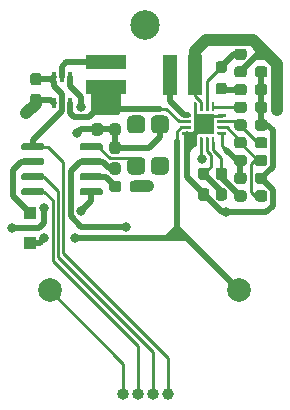
<source format=gbr>
G04 #@! TF.GenerationSoftware,KiCad,Pcbnew,(5.1.9)-1*
G04 #@! TF.CreationDate,2021-05-26T02:25:09+02:00*
G04 #@! TF.ProjectId,Omamori,4f6d616d-6f72-4692-9e6b-696361645f70,rev?*
G04 #@! TF.SameCoordinates,Original*
G04 #@! TF.FileFunction,Copper,L2,Bot*
G04 #@! TF.FilePolarity,Positive*
%FSLAX46Y46*%
G04 Gerber Fmt 4.6, Leading zero omitted, Abs format (unit mm)*
G04 Created by KiCad (PCBNEW (5.1.9)-1) date 2021-05-26 02:25:09*
%MOMM*%
%LPD*%
G01*
G04 APERTURE LIST*
G04 #@! TA.AperFunction,SMDPad,CuDef*
%ADD10R,1.000000X1.000000*%
G04 #@! TD*
G04 #@! TA.AperFunction,ComponentPad*
%ADD11C,1.000000*%
G04 #@! TD*
G04 #@! TA.AperFunction,ComponentPad*
%ADD12O,1.000000X1.000000*%
G04 #@! TD*
G04 #@! TA.AperFunction,SMDPad,CuDef*
%ADD13R,3.400000X1.300000*%
G04 #@! TD*
G04 #@! TA.AperFunction,SMDPad,CuDef*
%ADD14R,1.300000X3.400000*%
G04 #@! TD*
G04 #@! TA.AperFunction,ComponentPad*
%ADD15C,2.000000*%
G04 #@! TD*
G04 #@! TA.AperFunction,SMDPad,CuDef*
%ADD16R,0.400000X0.900000*%
G04 #@! TD*
G04 #@! TA.AperFunction,SMDPad,CuDef*
%ADD17R,1.800000X1.800000*%
G04 #@! TD*
G04 #@! TA.AperFunction,ViaPad*
%ADD18C,2.500000*%
G04 #@! TD*
G04 #@! TA.AperFunction,ViaPad*
%ADD19C,0.800000*%
G04 #@! TD*
G04 #@! TA.AperFunction,Conductor*
%ADD20C,0.250000*%
G04 #@! TD*
G04 #@! TA.AperFunction,Conductor*
%ADD21C,0.500000*%
G04 #@! TD*
G04 #@! TA.AperFunction,Conductor*
%ADD22C,1.000000*%
G04 #@! TD*
G04 APERTURE END LIST*
G04 #@! TA.AperFunction,SMDPad,CuDef*
G36*
G01*
X33650000Y-16762500D02*
X33650000Y-17237500D01*
G75*
G02*
X33412500Y-17475000I-237500J0D01*
G01*
X32837500Y-17475000D01*
G75*
G02*
X32600000Y-17237500I0J237500D01*
G01*
X32600000Y-16762500D01*
G75*
G02*
X32837500Y-16525000I237500J0D01*
G01*
X33412500Y-16525000D01*
G75*
G02*
X33650000Y-16762500I0J-237500D01*
G01*
G37*
G04 #@! TD.AperFunction*
G04 #@! TA.AperFunction,SMDPad,CuDef*
G36*
G01*
X35400000Y-16762500D02*
X35400000Y-17237500D01*
G75*
G02*
X35162500Y-17475000I-237500J0D01*
G01*
X34587500Y-17475000D01*
G75*
G02*
X34350000Y-17237500I0J237500D01*
G01*
X34350000Y-16762500D01*
G75*
G02*
X34587500Y-16525000I237500J0D01*
G01*
X35162500Y-16525000D01*
G75*
G02*
X35400000Y-16762500I0J-237500D01*
G01*
G37*
G04 #@! TD.AperFunction*
G04 #@! TA.AperFunction,SMDPad,CuDef*
G36*
G01*
X31737500Y-18575000D02*
X31262500Y-18575000D01*
G75*
G02*
X31025000Y-18337500I0J237500D01*
G01*
X31025000Y-17837500D01*
G75*
G02*
X31262500Y-17600000I237500J0D01*
G01*
X31737500Y-17600000D01*
G75*
G02*
X31975000Y-17837500I0J-237500D01*
G01*
X31975000Y-18337500D01*
G75*
G02*
X31737500Y-18575000I-237500J0D01*
G01*
G37*
G04 #@! TD.AperFunction*
G04 #@! TA.AperFunction,SMDPad,CuDef*
G36*
G01*
X31737500Y-20400000D02*
X31262500Y-20400000D01*
G75*
G02*
X31025000Y-20162500I0J237500D01*
G01*
X31025000Y-19662500D01*
G75*
G02*
X31262500Y-19425000I237500J0D01*
G01*
X31737500Y-19425000D01*
G75*
G02*
X31975000Y-19662500I0J-237500D01*
G01*
X31975000Y-20162500D01*
G75*
G02*
X31737500Y-20400000I-237500J0D01*
G01*
G37*
G04 #@! TD.AperFunction*
G04 #@! TA.AperFunction,SMDPad,CuDef*
G36*
G01*
X25919000Y-22188000D02*
X26681000Y-22188000D01*
G75*
G02*
X27062000Y-22569000I0J-381000D01*
G01*
X27062000Y-23331000D01*
G75*
G02*
X26681000Y-23712000I-381000J0D01*
G01*
X25919000Y-23712000D01*
G75*
G02*
X25538000Y-23331000I0J381000D01*
G01*
X25538000Y-22569000D01*
G75*
G02*
X25919000Y-22188000I381000J0D01*
G01*
G37*
G04 #@! TD.AperFunction*
G04 #@! TA.AperFunction,SMDPad,CuDef*
G36*
G01*
X23919000Y-22188000D02*
X24681000Y-22188000D01*
G75*
G02*
X25062000Y-22569000I0J-381000D01*
G01*
X25062000Y-23331000D01*
G75*
G02*
X24681000Y-23712000I-381000J0D01*
G01*
X23919000Y-23712000D01*
G75*
G02*
X23538000Y-23331000I0J381000D01*
G01*
X23538000Y-22569000D01*
G75*
G02*
X23919000Y-22188000I381000J0D01*
G01*
G37*
G04 #@! TD.AperFunction*
G04 #@! TA.AperFunction,SMDPad,CuDef*
G36*
G01*
X23919000Y-25688000D02*
X24681000Y-25688000D01*
G75*
G02*
X25062000Y-26069000I0J-381000D01*
G01*
X25062000Y-26831000D01*
G75*
G02*
X24681000Y-27212000I-381000J0D01*
G01*
X23919000Y-27212000D01*
G75*
G02*
X23538000Y-26831000I0J381000D01*
G01*
X23538000Y-26069000D01*
G75*
G02*
X23919000Y-25688000I381000J0D01*
G01*
G37*
G04 #@! TD.AperFunction*
G04 #@! TA.AperFunction,SMDPad,CuDef*
G36*
G01*
X25919000Y-25688000D02*
X26681000Y-25688000D01*
G75*
G02*
X27062000Y-26069000I0J-381000D01*
G01*
X27062000Y-26831000D01*
G75*
G02*
X26681000Y-27212000I-381000J0D01*
G01*
X25919000Y-27212000D01*
G75*
G02*
X25538000Y-26831000I0J381000D01*
G01*
X25538000Y-26069000D01*
G75*
G02*
X25919000Y-25688000I381000J0D01*
G01*
G37*
G04 #@! TD.AperFunction*
D10*
X15300000Y-30450000D03*
X15300000Y-32950000D03*
D11*
X27000000Y-45800000D03*
D12*
X25730000Y-45800000D03*
X24460000Y-45800000D03*
X23190000Y-45800000D03*
D13*
X21750000Y-17700000D03*
X21750000Y-19800000D03*
D14*
X27200000Y-18750000D03*
X29300000Y-18750000D03*
G04 #@! TA.AperFunction,SMDPad,CuDef*
G36*
G01*
X20762500Y-22850000D02*
X21237500Y-22850000D01*
G75*
G02*
X21475000Y-23087500I0J-237500D01*
G01*
X21475000Y-23662500D01*
G75*
G02*
X21237500Y-23900000I-237500J0D01*
G01*
X20762500Y-23900000D01*
G75*
G02*
X20525000Y-23662500I0J237500D01*
G01*
X20525000Y-23087500D01*
G75*
G02*
X20762500Y-22850000I237500J0D01*
G01*
G37*
G04 #@! TD.AperFunction*
G04 #@! TA.AperFunction,SMDPad,CuDef*
G36*
G01*
X20762500Y-21100000D02*
X21237500Y-21100000D01*
G75*
G02*
X21475000Y-21337500I0J-237500D01*
G01*
X21475000Y-21912500D01*
G75*
G02*
X21237500Y-22150000I-237500J0D01*
G01*
X20762500Y-22150000D01*
G75*
G02*
X20525000Y-21912500I0J237500D01*
G01*
X20525000Y-21337500D01*
G75*
G02*
X20762500Y-21100000I237500J0D01*
G01*
G37*
G04 #@! TD.AperFunction*
G04 #@! TA.AperFunction,SMDPad,CuDef*
G36*
G01*
X33650000Y-19762500D02*
X33650000Y-20237500D01*
G75*
G02*
X33412500Y-20475000I-237500J0D01*
G01*
X32837500Y-20475000D01*
G75*
G02*
X32600000Y-20237500I0J237500D01*
G01*
X32600000Y-19762500D01*
G75*
G02*
X32837500Y-19525000I237500J0D01*
G01*
X33412500Y-19525000D01*
G75*
G02*
X33650000Y-19762500I0J-237500D01*
G01*
G37*
G04 #@! TD.AperFunction*
G04 #@! TA.AperFunction,SMDPad,CuDef*
G36*
G01*
X35400000Y-19762500D02*
X35400000Y-20237500D01*
G75*
G02*
X35162500Y-20475000I-237500J0D01*
G01*
X34587500Y-20475000D01*
G75*
G02*
X34350000Y-20237500I0J237500D01*
G01*
X34350000Y-19762500D01*
G75*
G02*
X34587500Y-19525000I237500J0D01*
G01*
X35162500Y-19525000D01*
G75*
G02*
X35400000Y-19762500I0J-237500D01*
G01*
G37*
G04 #@! TD.AperFunction*
G04 #@! TA.AperFunction,SMDPad,CuDef*
G36*
G01*
X16500000Y-24695000D02*
X16500000Y-24995000D01*
G75*
G02*
X16350000Y-25145000I-150000J0D01*
G01*
X14700000Y-25145000D01*
G75*
G02*
X14550000Y-24995000I0J150000D01*
G01*
X14550000Y-24695000D01*
G75*
G02*
X14700000Y-24545000I150000J0D01*
G01*
X16350000Y-24545000D01*
G75*
G02*
X16500000Y-24695000I0J-150000D01*
G01*
G37*
G04 #@! TD.AperFunction*
G04 #@! TA.AperFunction,SMDPad,CuDef*
G36*
G01*
X16500000Y-25965000D02*
X16500000Y-26265000D01*
G75*
G02*
X16350000Y-26415000I-150000J0D01*
G01*
X14700000Y-26415000D01*
G75*
G02*
X14550000Y-26265000I0J150000D01*
G01*
X14550000Y-25965000D01*
G75*
G02*
X14700000Y-25815000I150000J0D01*
G01*
X16350000Y-25815000D01*
G75*
G02*
X16500000Y-25965000I0J-150000D01*
G01*
G37*
G04 #@! TD.AperFunction*
G04 #@! TA.AperFunction,SMDPad,CuDef*
G36*
G01*
X16500000Y-27235000D02*
X16500000Y-27535000D01*
G75*
G02*
X16350000Y-27685000I-150000J0D01*
G01*
X14700000Y-27685000D01*
G75*
G02*
X14550000Y-27535000I0J150000D01*
G01*
X14550000Y-27235000D01*
G75*
G02*
X14700000Y-27085000I150000J0D01*
G01*
X16350000Y-27085000D01*
G75*
G02*
X16500000Y-27235000I0J-150000D01*
G01*
G37*
G04 #@! TD.AperFunction*
G04 #@! TA.AperFunction,SMDPad,CuDef*
G36*
G01*
X16500000Y-28505000D02*
X16500000Y-28805000D01*
G75*
G02*
X16350000Y-28955000I-150000J0D01*
G01*
X14700000Y-28955000D01*
G75*
G02*
X14550000Y-28805000I0J150000D01*
G01*
X14550000Y-28505000D01*
G75*
G02*
X14700000Y-28355000I150000J0D01*
G01*
X16350000Y-28355000D01*
G75*
G02*
X16500000Y-28505000I0J-150000D01*
G01*
G37*
G04 #@! TD.AperFunction*
G04 #@! TA.AperFunction,SMDPad,CuDef*
G36*
G01*
X21450000Y-28505000D02*
X21450000Y-28805000D01*
G75*
G02*
X21300000Y-28955000I-150000J0D01*
G01*
X19650000Y-28955000D01*
G75*
G02*
X19500000Y-28805000I0J150000D01*
G01*
X19500000Y-28505000D01*
G75*
G02*
X19650000Y-28355000I150000J0D01*
G01*
X21300000Y-28355000D01*
G75*
G02*
X21450000Y-28505000I0J-150000D01*
G01*
G37*
G04 #@! TD.AperFunction*
G04 #@! TA.AperFunction,SMDPad,CuDef*
G36*
G01*
X21450000Y-27235000D02*
X21450000Y-27535000D01*
G75*
G02*
X21300000Y-27685000I-150000J0D01*
G01*
X19650000Y-27685000D01*
G75*
G02*
X19500000Y-27535000I0J150000D01*
G01*
X19500000Y-27235000D01*
G75*
G02*
X19650000Y-27085000I150000J0D01*
G01*
X21300000Y-27085000D01*
G75*
G02*
X21450000Y-27235000I0J-150000D01*
G01*
G37*
G04 #@! TD.AperFunction*
G04 #@! TA.AperFunction,SMDPad,CuDef*
G36*
G01*
X21450000Y-25965000D02*
X21450000Y-26265000D01*
G75*
G02*
X21300000Y-26415000I-150000J0D01*
G01*
X19650000Y-26415000D01*
G75*
G02*
X19500000Y-26265000I0J150000D01*
G01*
X19500000Y-25965000D01*
G75*
G02*
X19650000Y-25815000I150000J0D01*
G01*
X21300000Y-25815000D01*
G75*
G02*
X21450000Y-25965000I0J-150000D01*
G01*
G37*
G04 #@! TD.AperFunction*
G04 #@! TA.AperFunction,SMDPad,CuDef*
G36*
G01*
X21450000Y-24695000D02*
X21450000Y-24995000D01*
G75*
G02*
X21300000Y-25145000I-150000J0D01*
G01*
X19650000Y-25145000D01*
G75*
G02*
X19500000Y-24995000I0J150000D01*
G01*
X19500000Y-24695000D01*
G75*
G02*
X19650000Y-24545000I150000J0D01*
G01*
X21300000Y-24545000D01*
G75*
G02*
X21450000Y-24695000I0J-150000D01*
G01*
G37*
G04 #@! TD.AperFunction*
D15*
X17000000Y-37000000D03*
X33000000Y-37000000D03*
D16*
X18650000Y-18900000D03*
X17350000Y-18900000D03*
X18000000Y-21100000D03*
X18000000Y-18900000D03*
X17350000Y-21100000D03*
X18650000Y-21100000D03*
G04 #@! TA.AperFunction,SMDPad,CuDef*
G36*
G01*
X34350000Y-23237500D02*
X34350000Y-22762500D01*
G75*
G02*
X34587500Y-22525000I237500J0D01*
G01*
X35162500Y-22525000D01*
G75*
G02*
X35400000Y-22762500I0J-237500D01*
G01*
X35400000Y-23237500D01*
G75*
G02*
X35162500Y-23475000I-237500J0D01*
G01*
X34587500Y-23475000D01*
G75*
G02*
X34350000Y-23237500I0J237500D01*
G01*
G37*
G04 #@! TD.AperFunction*
G04 #@! TA.AperFunction,SMDPad,CuDef*
G36*
G01*
X32600000Y-23237500D02*
X32600000Y-22762500D01*
G75*
G02*
X32837500Y-22525000I237500J0D01*
G01*
X33412500Y-22525000D01*
G75*
G02*
X33650000Y-22762500I0J-237500D01*
G01*
X33650000Y-23237500D01*
G75*
G02*
X33412500Y-23475000I-237500J0D01*
G01*
X32837500Y-23475000D01*
G75*
G02*
X32600000Y-23237500I0J237500D01*
G01*
G37*
G04 #@! TD.AperFunction*
G04 #@! TA.AperFunction,SMDPad,CuDef*
G36*
G01*
X34350000Y-27737500D02*
X34350000Y-27262500D01*
G75*
G02*
X34587500Y-27025000I237500J0D01*
G01*
X35162500Y-27025000D01*
G75*
G02*
X35400000Y-27262500I0J-237500D01*
G01*
X35400000Y-27737500D01*
G75*
G02*
X35162500Y-27975000I-237500J0D01*
G01*
X34587500Y-27975000D01*
G75*
G02*
X34350000Y-27737500I0J237500D01*
G01*
G37*
G04 #@! TD.AperFunction*
G04 #@! TA.AperFunction,SMDPad,CuDef*
G36*
G01*
X32600000Y-27737500D02*
X32600000Y-27262500D01*
G75*
G02*
X32837500Y-27025000I237500J0D01*
G01*
X33412500Y-27025000D01*
G75*
G02*
X33650000Y-27262500I0J-237500D01*
G01*
X33650000Y-27737500D01*
G75*
G02*
X33412500Y-27975000I-237500J0D01*
G01*
X32837500Y-27975000D01*
G75*
G02*
X32600000Y-27737500I0J237500D01*
G01*
G37*
G04 #@! TD.AperFunction*
G04 #@! TA.AperFunction,SMDPad,CuDef*
G36*
G01*
X33650000Y-25762500D02*
X33650000Y-26237500D01*
G75*
G02*
X33412500Y-26475000I-237500J0D01*
G01*
X32837500Y-26475000D01*
G75*
G02*
X32600000Y-26237500I0J237500D01*
G01*
X32600000Y-25762500D01*
G75*
G02*
X32837500Y-25525000I237500J0D01*
G01*
X33412500Y-25525000D01*
G75*
G02*
X33650000Y-25762500I0J-237500D01*
G01*
G37*
G04 #@! TD.AperFunction*
G04 #@! TA.AperFunction,SMDPad,CuDef*
G36*
G01*
X35400000Y-25762500D02*
X35400000Y-26237500D01*
G75*
G02*
X35162500Y-26475000I-237500J0D01*
G01*
X34587500Y-26475000D01*
G75*
G02*
X34350000Y-26237500I0J237500D01*
G01*
X34350000Y-25762500D01*
G75*
G02*
X34587500Y-25525000I237500J0D01*
G01*
X35162500Y-25525000D01*
G75*
G02*
X35400000Y-25762500I0J-237500D01*
G01*
G37*
G04 #@! TD.AperFunction*
G04 #@! TA.AperFunction,SMDPad,CuDef*
G36*
G01*
X34350000Y-24737500D02*
X34350000Y-24262500D01*
G75*
G02*
X34587500Y-24025000I237500J0D01*
G01*
X35162500Y-24025000D01*
G75*
G02*
X35400000Y-24262500I0J-237500D01*
G01*
X35400000Y-24737500D01*
G75*
G02*
X35162500Y-24975000I-237500J0D01*
G01*
X34587500Y-24975000D01*
G75*
G02*
X34350000Y-24737500I0J237500D01*
G01*
G37*
G04 #@! TD.AperFunction*
G04 #@! TA.AperFunction,SMDPad,CuDef*
G36*
G01*
X32600000Y-24737500D02*
X32600000Y-24262500D01*
G75*
G02*
X32837500Y-24025000I237500J0D01*
G01*
X33412500Y-24025000D01*
G75*
G02*
X33650000Y-24262500I0J-237500D01*
G01*
X33650000Y-24737500D01*
G75*
G02*
X33412500Y-24975000I-237500J0D01*
G01*
X32837500Y-24975000D01*
G75*
G02*
X32600000Y-24737500I0J237500D01*
G01*
G37*
G04 #@! TD.AperFunction*
G04 #@! TA.AperFunction,SMDPad,CuDef*
G36*
G01*
X29762500Y-28350000D02*
X30237500Y-28350000D01*
G75*
G02*
X30475000Y-28587500I0J-237500D01*
G01*
X30475000Y-29162500D01*
G75*
G02*
X30237500Y-29400000I-237500J0D01*
G01*
X29762500Y-29400000D01*
G75*
G02*
X29525000Y-29162500I0J237500D01*
G01*
X29525000Y-28587500D01*
G75*
G02*
X29762500Y-28350000I237500J0D01*
G01*
G37*
G04 #@! TD.AperFunction*
G04 #@! TA.AperFunction,SMDPad,CuDef*
G36*
G01*
X29762500Y-26600000D02*
X30237500Y-26600000D01*
G75*
G02*
X30475000Y-26837500I0J-237500D01*
G01*
X30475000Y-27412500D01*
G75*
G02*
X30237500Y-27650000I-237500J0D01*
G01*
X29762500Y-27650000D01*
G75*
G02*
X29525000Y-27412500I0J237500D01*
G01*
X29525000Y-26837500D01*
G75*
G02*
X29762500Y-26600000I237500J0D01*
G01*
G37*
G04 #@! TD.AperFunction*
G04 #@! TA.AperFunction,SMDPad,CuDef*
G36*
G01*
X31262500Y-28350000D02*
X31737500Y-28350000D01*
G75*
G02*
X31975000Y-28587500I0J-237500D01*
G01*
X31975000Y-29162500D01*
G75*
G02*
X31737500Y-29400000I-237500J0D01*
G01*
X31262500Y-29400000D01*
G75*
G02*
X31025000Y-29162500I0J237500D01*
G01*
X31025000Y-28587500D01*
G75*
G02*
X31262500Y-28350000I237500J0D01*
G01*
G37*
G04 #@! TD.AperFunction*
G04 #@! TA.AperFunction,SMDPad,CuDef*
G36*
G01*
X31262500Y-26600000D02*
X31737500Y-26600000D01*
G75*
G02*
X31975000Y-26837500I0J-237500D01*
G01*
X31975000Y-27412500D01*
G75*
G02*
X31737500Y-27650000I-237500J0D01*
G01*
X31262500Y-27650000D01*
G75*
G02*
X31025000Y-27412500I0J237500D01*
G01*
X31025000Y-26837500D01*
G75*
G02*
X31262500Y-26600000I237500J0D01*
G01*
G37*
G04 #@! TD.AperFunction*
G04 #@! TA.AperFunction,SMDPad,CuDef*
G36*
G01*
X33650000Y-28762500D02*
X33650000Y-29237500D01*
G75*
G02*
X33412500Y-29475000I-237500J0D01*
G01*
X32837500Y-29475000D01*
G75*
G02*
X32600000Y-29237500I0J237500D01*
G01*
X32600000Y-28762500D01*
G75*
G02*
X32837500Y-28525000I237500J0D01*
G01*
X33412500Y-28525000D01*
G75*
G02*
X33650000Y-28762500I0J-237500D01*
G01*
G37*
G04 #@! TD.AperFunction*
G04 #@! TA.AperFunction,SMDPad,CuDef*
G36*
G01*
X35400000Y-28762500D02*
X35400000Y-29237500D01*
G75*
G02*
X35162500Y-29475000I-237500J0D01*
G01*
X34587500Y-29475000D01*
G75*
G02*
X34350000Y-29237500I0J237500D01*
G01*
X34350000Y-28762500D01*
G75*
G02*
X34587500Y-28525000I237500J0D01*
G01*
X35162500Y-28525000D01*
G75*
G02*
X35400000Y-28762500I0J-237500D01*
G01*
G37*
G04 #@! TD.AperFunction*
G04 #@! TA.AperFunction,SMDPad,CuDef*
G36*
G01*
X23050000Y-27962500D02*
X23050000Y-28437500D01*
G75*
G02*
X22812500Y-28675000I-237500J0D01*
G01*
X22237500Y-28675000D01*
G75*
G02*
X22000000Y-28437500I0J237500D01*
G01*
X22000000Y-27962500D01*
G75*
G02*
X22237500Y-27725000I237500J0D01*
G01*
X22812500Y-27725000D01*
G75*
G02*
X23050000Y-27962500I0J-237500D01*
G01*
G37*
G04 #@! TD.AperFunction*
G04 #@! TA.AperFunction,SMDPad,CuDef*
G36*
G01*
X24800000Y-27962500D02*
X24800000Y-28437500D01*
G75*
G02*
X24562500Y-28675000I-237500J0D01*
G01*
X23987500Y-28675000D01*
G75*
G02*
X23750000Y-28437500I0J237500D01*
G01*
X23750000Y-27962500D01*
G75*
G02*
X23987500Y-27725000I237500J0D01*
G01*
X24562500Y-27725000D01*
G75*
G02*
X24800000Y-27962500I0J-237500D01*
G01*
G37*
G04 #@! TD.AperFunction*
G04 #@! TA.AperFunction,SMDPad,CuDef*
G36*
G01*
X34350000Y-21737500D02*
X34350000Y-21262500D01*
G75*
G02*
X34587500Y-21025000I237500J0D01*
G01*
X35162500Y-21025000D01*
G75*
G02*
X35400000Y-21262500I0J-237500D01*
G01*
X35400000Y-21737500D01*
G75*
G02*
X35162500Y-21975000I-237500J0D01*
G01*
X34587500Y-21975000D01*
G75*
G02*
X34350000Y-21737500I0J237500D01*
G01*
G37*
G04 #@! TD.AperFunction*
G04 #@! TA.AperFunction,SMDPad,CuDef*
G36*
G01*
X32600000Y-21737500D02*
X32600000Y-21262500D01*
G75*
G02*
X32837500Y-21025000I237500J0D01*
G01*
X33412500Y-21025000D01*
G75*
G02*
X33650000Y-21262500I0J-237500D01*
G01*
X33650000Y-21737500D01*
G75*
G02*
X33412500Y-21975000I-237500J0D01*
G01*
X32837500Y-21975000D01*
G75*
G02*
X32600000Y-21737500I0J237500D01*
G01*
G37*
G04 #@! TD.AperFunction*
G04 #@! TA.AperFunction,SMDPad,CuDef*
G36*
G01*
X15562500Y-20350000D02*
X16037500Y-20350000D01*
G75*
G02*
X16275000Y-20587500I0J-237500D01*
G01*
X16275000Y-21162500D01*
G75*
G02*
X16037500Y-21400000I-237500J0D01*
G01*
X15562500Y-21400000D01*
G75*
G02*
X15325000Y-21162500I0J237500D01*
G01*
X15325000Y-20587500D01*
G75*
G02*
X15562500Y-20350000I237500J0D01*
G01*
G37*
G04 #@! TD.AperFunction*
G04 #@! TA.AperFunction,SMDPad,CuDef*
G36*
G01*
X15562500Y-18600000D02*
X16037500Y-18600000D01*
G75*
G02*
X16275000Y-18837500I0J-237500D01*
G01*
X16275000Y-19412500D01*
G75*
G02*
X16037500Y-19650000I-237500J0D01*
G01*
X15562500Y-19650000D01*
G75*
G02*
X15325000Y-19412500I0J237500D01*
G01*
X15325000Y-18837500D01*
G75*
G02*
X15562500Y-18600000I237500J0D01*
G01*
G37*
G04 #@! TD.AperFunction*
G04 #@! TA.AperFunction,SMDPad,CuDef*
G36*
G01*
X22737500Y-25450000D02*
X22262500Y-25450000D01*
G75*
G02*
X22025000Y-25212500I0J237500D01*
G01*
X22025000Y-24637500D01*
G75*
G02*
X22262500Y-24400000I237500J0D01*
G01*
X22737500Y-24400000D01*
G75*
G02*
X22975000Y-24637500I0J-237500D01*
G01*
X22975000Y-25212500D01*
G75*
G02*
X22737500Y-25450000I-237500J0D01*
G01*
G37*
G04 #@! TD.AperFunction*
G04 #@! TA.AperFunction,SMDPad,CuDef*
G36*
G01*
X22737500Y-27200000D02*
X22262500Y-27200000D01*
G75*
G02*
X22025000Y-26962500I0J237500D01*
G01*
X22025000Y-26387500D01*
G75*
G02*
X22262500Y-26150000I237500J0D01*
G01*
X22737500Y-26150000D01*
G75*
G02*
X22975000Y-26387500I0J-237500D01*
G01*
X22975000Y-26962500D01*
G75*
G02*
X22737500Y-27200000I-237500J0D01*
G01*
G37*
G04 #@! TD.AperFunction*
G04 #@! TA.AperFunction,SMDPad,CuDef*
G36*
G01*
X34350000Y-18737500D02*
X34350000Y-18262500D01*
G75*
G02*
X34587500Y-18025000I237500J0D01*
G01*
X35162500Y-18025000D01*
G75*
G02*
X35400000Y-18262500I0J-237500D01*
G01*
X35400000Y-18737500D01*
G75*
G02*
X35162500Y-18975000I-237500J0D01*
G01*
X34587500Y-18975000D01*
G75*
G02*
X34350000Y-18737500I0J237500D01*
G01*
G37*
G04 #@! TD.AperFunction*
G04 #@! TA.AperFunction,SMDPad,CuDef*
G36*
G01*
X32600000Y-18737500D02*
X32600000Y-18262500D01*
G75*
G02*
X32837500Y-18025000I237500J0D01*
G01*
X33412500Y-18025000D01*
G75*
G02*
X33650000Y-18262500I0J-237500D01*
G01*
X33650000Y-18737500D01*
G75*
G02*
X33412500Y-18975000I-237500J0D01*
G01*
X32837500Y-18975000D01*
G75*
G02*
X32600000Y-18737500I0J237500D01*
G01*
G37*
G04 #@! TD.AperFunction*
G04 #@! TA.AperFunction,SMDPad,CuDef*
G36*
G01*
X22262500Y-22850000D02*
X22737500Y-22850000D01*
G75*
G02*
X22975000Y-23087500I0J-237500D01*
G01*
X22975000Y-23662500D01*
G75*
G02*
X22737500Y-23900000I-237500J0D01*
G01*
X22262500Y-23900000D01*
G75*
G02*
X22025000Y-23662500I0J237500D01*
G01*
X22025000Y-23087500D01*
G75*
G02*
X22262500Y-22850000I237500J0D01*
G01*
G37*
G04 #@! TD.AperFunction*
G04 #@! TA.AperFunction,SMDPad,CuDef*
G36*
G01*
X22262500Y-21100000D02*
X22737500Y-21100000D01*
G75*
G02*
X22975000Y-21337500I0J-237500D01*
G01*
X22975000Y-21912500D01*
G75*
G02*
X22737500Y-22150000I-237500J0D01*
G01*
X22262500Y-22150000D01*
G75*
G02*
X22025000Y-21912500I0J237500D01*
G01*
X22025000Y-21337500D01*
G75*
G02*
X22262500Y-21100000I237500J0D01*
G01*
G37*
G04 #@! TD.AperFunction*
D17*
X30050000Y-22950000D03*
G04 #@! TA.AperFunction,SMDPad,CuDef*
G36*
G01*
X28237500Y-22075000D02*
X28887500Y-22075000D01*
G75*
G02*
X28950000Y-22137500I0J-62500D01*
G01*
X28950000Y-22262500D01*
G75*
G02*
X28887500Y-22325000I-62500J0D01*
G01*
X28237500Y-22325000D01*
G75*
G02*
X28175000Y-22262500I0J62500D01*
G01*
X28175000Y-22137500D01*
G75*
G02*
X28237500Y-22075000I62500J0D01*
G01*
G37*
G04 #@! TD.AperFunction*
G04 #@! TA.AperFunction,SMDPad,CuDef*
G36*
G01*
X28237500Y-22575000D02*
X28887500Y-22575000D01*
G75*
G02*
X28950000Y-22637500I0J-62500D01*
G01*
X28950000Y-22762500D01*
G75*
G02*
X28887500Y-22825000I-62500J0D01*
G01*
X28237500Y-22825000D01*
G75*
G02*
X28175000Y-22762500I0J62500D01*
G01*
X28175000Y-22637500D01*
G75*
G02*
X28237500Y-22575000I62500J0D01*
G01*
G37*
G04 #@! TD.AperFunction*
G04 #@! TA.AperFunction,SMDPad,CuDef*
G36*
G01*
X28237500Y-23075000D02*
X28887500Y-23075000D01*
G75*
G02*
X28950000Y-23137500I0J-62500D01*
G01*
X28950000Y-23262500D01*
G75*
G02*
X28887500Y-23325000I-62500J0D01*
G01*
X28237500Y-23325000D01*
G75*
G02*
X28175000Y-23262500I0J62500D01*
G01*
X28175000Y-23137500D01*
G75*
G02*
X28237500Y-23075000I62500J0D01*
G01*
G37*
G04 #@! TD.AperFunction*
G04 #@! TA.AperFunction,SMDPad,CuDef*
G36*
G01*
X28237500Y-23575000D02*
X28887500Y-23575000D01*
G75*
G02*
X28950000Y-23637500I0J-62500D01*
G01*
X28950000Y-23762500D01*
G75*
G02*
X28887500Y-23825000I-62500J0D01*
G01*
X28237500Y-23825000D01*
G75*
G02*
X28175000Y-23762500I0J62500D01*
G01*
X28175000Y-23637500D01*
G75*
G02*
X28237500Y-23575000I62500J0D01*
G01*
G37*
G04 #@! TD.AperFunction*
G04 #@! TA.AperFunction,SMDPad,CuDef*
G36*
G01*
X29237500Y-24050000D02*
X29362500Y-24050000D01*
G75*
G02*
X29425000Y-24112500I0J-62500D01*
G01*
X29425000Y-24762500D01*
G75*
G02*
X29362500Y-24825000I-62500J0D01*
G01*
X29237500Y-24825000D01*
G75*
G02*
X29175000Y-24762500I0J62500D01*
G01*
X29175000Y-24112500D01*
G75*
G02*
X29237500Y-24050000I62500J0D01*
G01*
G37*
G04 #@! TD.AperFunction*
G04 #@! TA.AperFunction,SMDPad,CuDef*
G36*
G01*
X29737500Y-24050000D02*
X29862500Y-24050000D01*
G75*
G02*
X29925000Y-24112500I0J-62500D01*
G01*
X29925000Y-24762500D01*
G75*
G02*
X29862500Y-24825000I-62500J0D01*
G01*
X29737500Y-24825000D01*
G75*
G02*
X29675000Y-24762500I0J62500D01*
G01*
X29675000Y-24112500D01*
G75*
G02*
X29737500Y-24050000I62500J0D01*
G01*
G37*
G04 #@! TD.AperFunction*
G04 #@! TA.AperFunction,SMDPad,CuDef*
G36*
G01*
X30237500Y-24050000D02*
X30362500Y-24050000D01*
G75*
G02*
X30425000Y-24112500I0J-62500D01*
G01*
X30425000Y-24762500D01*
G75*
G02*
X30362500Y-24825000I-62500J0D01*
G01*
X30237500Y-24825000D01*
G75*
G02*
X30175000Y-24762500I0J62500D01*
G01*
X30175000Y-24112500D01*
G75*
G02*
X30237500Y-24050000I62500J0D01*
G01*
G37*
G04 #@! TD.AperFunction*
G04 #@! TA.AperFunction,SMDPad,CuDef*
G36*
G01*
X30737500Y-24050000D02*
X30862500Y-24050000D01*
G75*
G02*
X30925000Y-24112500I0J-62500D01*
G01*
X30925000Y-24762500D01*
G75*
G02*
X30862500Y-24825000I-62500J0D01*
G01*
X30737500Y-24825000D01*
G75*
G02*
X30675000Y-24762500I0J62500D01*
G01*
X30675000Y-24112500D01*
G75*
G02*
X30737500Y-24050000I62500J0D01*
G01*
G37*
G04 #@! TD.AperFunction*
G04 #@! TA.AperFunction,SMDPad,CuDef*
G36*
G01*
X31212500Y-23575000D02*
X31862500Y-23575000D01*
G75*
G02*
X31925000Y-23637500I0J-62500D01*
G01*
X31925000Y-23762500D01*
G75*
G02*
X31862500Y-23825000I-62500J0D01*
G01*
X31212500Y-23825000D01*
G75*
G02*
X31150000Y-23762500I0J62500D01*
G01*
X31150000Y-23637500D01*
G75*
G02*
X31212500Y-23575000I62500J0D01*
G01*
G37*
G04 #@! TD.AperFunction*
G04 #@! TA.AperFunction,SMDPad,CuDef*
G36*
G01*
X31212500Y-23075000D02*
X31862500Y-23075000D01*
G75*
G02*
X31925000Y-23137500I0J-62500D01*
G01*
X31925000Y-23262500D01*
G75*
G02*
X31862500Y-23325000I-62500J0D01*
G01*
X31212500Y-23325000D01*
G75*
G02*
X31150000Y-23262500I0J62500D01*
G01*
X31150000Y-23137500D01*
G75*
G02*
X31212500Y-23075000I62500J0D01*
G01*
G37*
G04 #@! TD.AperFunction*
G04 #@! TA.AperFunction,SMDPad,CuDef*
G36*
G01*
X31212500Y-22575000D02*
X31862500Y-22575000D01*
G75*
G02*
X31925000Y-22637500I0J-62500D01*
G01*
X31925000Y-22762500D01*
G75*
G02*
X31862500Y-22825000I-62500J0D01*
G01*
X31212500Y-22825000D01*
G75*
G02*
X31150000Y-22762500I0J62500D01*
G01*
X31150000Y-22637500D01*
G75*
G02*
X31212500Y-22575000I62500J0D01*
G01*
G37*
G04 #@! TD.AperFunction*
G04 #@! TA.AperFunction,SMDPad,CuDef*
G36*
G01*
X31212500Y-22075000D02*
X31862500Y-22075000D01*
G75*
G02*
X31925000Y-22137500I0J-62500D01*
G01*
X31925000Y-22262500D01*
G75*
G02*
X31862500Y-22325000I-62500J0D01*
G01*
X31212500Y-22325000D01*
G75*
G02*
X31150000Y-22262500I0J62500D01*
G01*
X31150000Y-22137500D01*
G75*
G02*
X31212500Y-22075000I62500J0D01*
G01*
G37*
G04 #@! TD.AperFunction*
G04 #@! TA.AperFunction,SMDPad,CuDef*
G36*
G01*
X30737500Y-21075000D02*
X30862500Y-21075000D01*
G75*
G02*
X30925000Y-21137500I0J-62500D01*
G01*
X30925000Y-21787500D01*
G75*
G02*
X30862500Y-21850000I-62500J0D01*
G01*
X30737500Y-21850000D01*
G75*
G02*
X30675000Y-21787500I0J62500D01*
G01*
X30675000Y-21137500D01*
G75*
G02*
X30737500Y-21075000I62500J0D01*
G01*
G37*
G04 #@! TD.AperFunction*
G04 #@! TA.AperFunction,SMDPad,CuDef*
G36*
G01*
X30237500Y-21075000D02*
X30362500Y-21075000D01*
G75*
G02*
X30425000Y-21137500I0J-62500D01*
G01*
X30425000Y-21787500D01*
G75*
G02*
X30362500Y-21850000I-62500J0D01*
G01*
X30237500Y-21850000D01*
G75*
G02*
X30175000Y-21787500I0J62500D01*
G01*
X30175000Y-21137500D01*
G75*
G02*
X30237500Y-21075000I62500J0D01*
G01*
G37*
G04 #@! TD.AperFunction*
G04 #@! TA.AperFunction,SMDPad,CuDef*
G36*
G01*
X29737500Y-21075000D02*
X29862500Y-21075000D01*
G75*
G02*
X29925000Y-21137500I0J-62500D01*
G01*
X29925000Y-21787500D01*
G75*
G02*
X29862500Y-21850000I-62500J0D01*
G01*
X29737500Y-21850000D01*
G75*
G02*
X29675000Y-21787500I0J62500D01*
G01*
X29675000Y-21137500D01*
G75*
G02*
X29737500Y-21075000I62500J0D01*
G01*
G37*
G04 #@! TD.AperFunction*
G04 #@! TA.AperFunction,SMDPad,CuDef*
G36*
G01*
X29237500Y-21075000D02*
X29362500Y-21075000D01*
G75*
G02*
X29425000Y-21137500I0J-62500D01*
G01*
X29425000Y-21787500D01*
G75*
G02*
X29362500Y-21850000I-62500J0D01*
G01*
X29237500Y-21850000D01*
G75*
G02*
X29175000Y-21787500I0J62500D01*
G01*
X29175000Y-21137500D01*
G75*
G02*
X29237500Y-21075000I62500J0D01*
G01*
G37*
G04 #@! TD.AperFunction*
D18*
X25000000Y-14500000D03*
D19*
X16500000Y-30000000D03*
X13750000Y-31700000D03*
X15000000Y-22000000D03*
X19300000Y-23700000D03*
X31900000Y-30400000D03*
X19600000Y-30300000D03*
X36250000Y-21750000D03*
X16500000Y-32600000D03*
X19100000Y-32600000D03*
X19600000Y-21500000D03*
X29900000Y-25900000D03*
X23400000Y-31600000D03*
X25300000Y-28200000D03*
D20*
X29300000Y-22200000D02*
X30050000Y-22950000D01*
X29300000Y-21462500D02*
X29300000Y-22200000D01*
X30800000Y-22200000D02*
X31537500Y-22200000D01*
X30050000Y-22950000D02*
X30800000Y-22200000D01*
X28562500Y-23700000D02*
X29300000Y-23700000D01*
X29300000Y-23700000D02*
X30050000Y-22950000D01*
X29300000Y-24437500D02*
X29300000Y-23700000D01*
X23190000Y-43190000D02*
X17000000Y-37000000D01*
X16875000Y-36875000D02*
X17000000Y-37000000D01*
X30000000Y-29065685D02*
X30000000Y-28875000D01*
X20475000Y-28655000D02*
X20475000Y-28775000D01*
D21*
X34875000Y-23000000D02*
X34875000Y-21500000D01*
X34875000Y-21500000D02*
X34875000Y-20000000D01*
X34875000Y-20000000D02*
X34875000Y-18500000D01*
X35400000Y-23000000D02*
X35850010Y-23450010D01*
X34875000Y-23000000D02*
X35400000Y-23000000D01*
D20*
X23190000Y-43190000D02*
X23190000Y-45800000D01*
X26325000Y-22700000D02*
X26250000Y-22625000D01*
D21*
X22500000Y-24925000D02*
X22500000Y-23375000D01*
X22500000Y-23375000D02*
X21000000Y-23375000D01*
X19625000Y-23375000D02*
X19300000Y-23700000D01*
X21000000Y-23375000D02*
X19625000Y-23375000D01*
X20475000Y-29425000D02*
X19600000Y-30300000D01*
X20475000Y-28655000D02*
X20475000Y-29425000D01*
X17074990Y-20875000D02*
X17299990Y-21100000D01*
X15800000Y-20875000D02*
X17074990Y-20875000D01*
D22*
X15800000Y-21200000D02*
X15000000Y-22000000D01*
X15800000Y-20875000D02*
X15800000Y-21200000D01*
D21*
X28562500Y-24437500D02*
X28562500Y-23775010D01*
X28562500Y-25437500D02*
X28562500Y-24762500D01*
X28562500Y-24762500D02*
X28562500Y-24437500D01*
X28562500Y-24762500D02*
X28562500Y-24737500D01*
X29224990Y-24512510D02*
X29224990Y-24437500D01*
X28562500Y-25175000D02*
X29224990Y-24512510D01*
X28562500Y-25437500D02*
X28562500Y-25175000D01*
X28562500Y-27437500D02*
X28562500Y-25437500D01*
X29000000Y-24000000D02*
X29000000Y-24400000D01*
X28562500Y-24437500D02*
X29000000Y-24000000D01*
X29000000Y-24000000D02*
X30050000Y-22950000D01*
X28562500Y-27437500D02*
X30000000Y-28875000D01*
X34875000Y-27497288D02*
X34875000Y-27500000D01*
X35850010Y-26522278D02*
X34875000Y-27497288D01*
X35850010Y-23450010D02*
X35850010Y-26522278D01*
D20*
X22550010Y-24874990D02*
X22500000Y-24925000D01*
X26300000Y-23200000D02*
X26300000Y-23549980D01*
D21*
X26300000Y-22950000D02*
X26300000Y-24000000D01*
X25375000Y-24925000D02*
X22500000Y-24925000D01*
X26300000Y-24000000D02*
X25375000Y-24925000D01*
X16500000Y-30000000D02*
X16500000Y-31300000D01*
X16100000Y-31700000D02*
X13750000Y-31700000D01*
X16500000Y-31300000D02*
X16100000Y-31700000D01*
X35850010Y-29849990D02*
X35300000Y-30400000D01*
X35300000Y-30400000D02*
X31900000Y-30400000D01*
X35850010Y-28475010D02*
X35850010Y-29849990D01*
X34875000Y-27500000D02*
X35850010Y-28475010D01*
X31525000Y-30400000D02*
X30000000Y-28875000D01*
X31900000Y-30400000D02*
X31525000Y-30400000D01*
D20*
X30837500Y-21500000D02*
X30800000Y-21462500D01*
X33125000Y-21500000D02*
X30837500Y-21500000D01*
D21*
X18000000Y-18314998D02*
X18000000Y-18900000D01*
X18000000Y-18089998D02*
X18000000Y-18314998D01*
X18389998Y-17700000D02*
X18000000Y-18089998D01*
X21750000Y-17700000D02*
X18389998Y-17700000D01*
X27200000Y-20950000D02*
X28374990Y-22124990D01*
X27200000Y-18750000D02*
X27200000Y-20950000D01*
X28374990Y-22124990D02*
X28699999Y-22124990D01*
D20*
X30300000Y-19287500D02*
X31500000Y-18087500D01*
X30300000Y-21462500D02*
X30300000Y-19287500D01*
D21*
X32587500Y-17000000D02*
X31500000Y-18087500D01*
X33125000Y-17000000D02*
X32587500Y-17000000D01*
D20*
X30800000Y-24437500D02*
X30800000Y-25090588D01*
X31500000Y-25790588D02*
X31500000Y-27125000D01*
X30800000Y-25090588D02*
X31500000Y-25790588D01*
D21*
X31500000Y-27375000D02*
X31500000Y-27125000D01*
X33125000Y-29000000D02*
X31500000Y-27375000D01*
X31500000Y-28875000D02*
X31500000Y-28625000D01*
X31500000Y-28625000D02*
X30000000Y-27125000D01*
D20*
X30625001Y-26499999D02*
X30000000Y-27125000D01*
X30625001Y-25551999D02*
X30625001Y-26499999D01*
X30300000Y-25226998D02*
X30625001Y-25551999D01*
X30300000Y-24437500D02*
X30300000Y-25226998D01*
X34625000Y-24500000D02*
X33125000Y-23000000D01*
X34875000Y-24500000D02*
X34625000Y-24500000D01*
X32825000Y-22700000D02*
X31537500Y-22700000D01*
X33125000Y-23000000D02*
X32825000Y-22700000D01*
X33125000Y-26000000D02*
X33125000Y-25820510D01*
D21*
X33125000Y-27500000D02*
X33125000Y-26000000D01*
X33125000Y-26000000D02*
X33125000Y-25997288D01*
D20*
X31537500Y-23700000D02*
X31537500Y-24737500D01*
X31537500Y-24737500D02*
X31900000Y-25100000D01*
D21*
X32800000Y-26000000D02*
X31900000Y-25100000D01*
X33125000Y-26000000D02*
X32800000Y-26000000D01*
D20*
X18650000Y-21100000D02*
X18650000Y-20975000D01*
D21*
X22500000Y-21625000D02*
X26325000Y-21625000D01*
X19050001Y-22350001D02*
X18700010Y-22000010D01*
X18700010Y-22000010D02*
X18700010Y-21100000D01*
X20274999Y-22350001D02*
X19050001Y-22350001D01*
X21000000Y-21625000D02*
X20274999Y-22350001D01*
D22*
X21750000Y-21600000D02*
X21775000Y-21625000D01*
X21750000Y-19800000D02*
X21750000Y-21600000D01*
X21775000Y-21625000D02*
X22500000Y-21625000D01*
X21000000Y-21625000D02*
X21775000Y-21625000D01*
X21750000Y-20875000D02*
X21000000Y-21625000D01*
X21750000Y-20875000D02*
X22500000Y-21625000D01*
X21750000Y-19800000D02*
X21750000Y-20875000D01*
X21000000Y-20550000D02*
X21750000Y-19800000D01*
X21000000Y-21625000D02*
X21000000Y-20550000D01*
X22500000Y-20550000D02*
X21750000Y-19800000D01*
X22500000Y-21625000D02*
X22500000Y-20550000D01*
D20*
X27900000Y-22700000D02*
X28562500Y-22700000D01*
X26825000Y-21625000D02*
X27900000Y-22700000D01*
X26325000Y-21625000D02*
X26825000Y-21625000D01*
X29300000Y-20526978D02*
X29300000Y-18750000D01*
X29800000Y-21026978D02*
X29300000Y-20526978D01*
X29800000Y-21462500D02*
X29800000Y-21026978D01*
D22*
X35400000Y-17000000D02*
X34875000Y-17000000D01*
X36250000Y-17850000D02*
X35400000Y-17000000D01*
X34174990Y-15824990D02*
X30175010Y-15824990D01*
X34875000Y-16525000D02*
X34174990Y-15824990D01*
X34875000Y-17000000D02*
X34875000Y-16525000D01*
X29300000Y-16700000D02*
X29300000Y-18750000D01*
X30175010Y-15824990D02*
X29300000Y-16700000D01*
D21*
X34625000Y-17000000D02*
X33125000Y-18500000D01*
X34875000Y-17000000D02*
X34625000Y-17000000D01*
D22*
X34224990Y-15824990D02*
X34174990Y-15824990D01*
X36250000Y-17850000D02*
X34224990Y-15824990D01*
X36250000Y-21750000D02*
X36250000Y-17850000D01*
D21*
X15525000Y-24275000D02*
X15525000Y-24845000D01*
X18000000Y-21800000D02*
X15525000Y-24275000D01*
X18000000Y-21100000D02*
X18000000Y-21800000D01*
D20*
X16845000Y-24845000D02*
X15525000Y-24845000D01*
X18125021Y-26125021D02*
X16845000Y-24845000D01*
X18125021Y-33875021D02*
X18125021Y-26125021D01*
X27000000Y-42750000D02*
X18125021Y-33875021D01*
X27000000Y-42750000D02*
X27000000Y-45800000D01*
D21*
X18000000Y-20360002D02*
X17299990Y-19659992D01*
X18000000Y-21100000D02*
X18000000Y-20360002D01*
X15800000Y-19125000D02*
X17074990Y-19125000D01*
X17299990Y-19350000D02*
X17074990Y-19125000D01*
X17299990Y-19659992D02*
X17299990Y-19350000D01*
X17074990Y-19125000D02*
X17299990Y-18900000D01*
D20*
X33125000Y-36875000D02*
X33000000Y-37000000D01*
X28126978Y-23200000D02*
X28562500Y-23200000D01*
X27724990Y-23601988D02*
X28126978Y-23200000D01*
X27724990Y-24324990D02*
X27724990Y-23601988D01*
D21*
X27724990Y-31724990D02*
X27724990Y-24324990D01*
X16150000Y-32950000D02*
X16500000Y-32600000D01*
X15300000Y-32950000D02*
X16150000Y-32950000D01*
X33000000Y-37000000D02*
X29000000Y-33000000D01*
X26849980Y-32600000D02*
X19100000Y-32600000D01*
X28600000Y-32600000D02*
X27724990Y-31724990D01*
X29000000Y-33000000D02*
X28600000Y-32600000D01*
X27324990Y-32124990D02*
X27624990Y-32124990D01*
X27324990Y-32124990D02*
X26849980Y-32600000D01*
X26849980Y-32600000D02*
X28600000Y-32600000D01*
X27474990Y-31974990D02*
X27800000Y-32300000D01*
X27724990Y-31724990D02*
X27474990Y-31974990D01*
X27474990Y-31974990D02*
X27324990Y-32124990D01*
D20*
X31925000Y-23200000D02*
X31537500Y-23200000D01*
X33125000Y-24351978D02*
X31973022Y-23200000D01*
X31973022Y-23200000D02*
X31925000Y-23200000D01*
X33125000Y-24500000D02*
X33125000Y-24351978D01*
X34625000Y-26000000D02*
X33125000Y-24500000D01*
X34875000Y-26000000D02*
X34625000Y-26000000D01*
X34024990Y-28674990D02*
X34350000Y-29000000D01*
X34024990Y-26325010D02*
X34024990Y-28674990D01*
X34350000Y-26000000D02*
X34024990Y-26325010D01*
X34350000Y-29000000D02*
X34875000Y-29000000D01*
X34875000Y-26000000D02*
X34350000Y-26000000D01*
X18725001Y-18824999D02*
X18650000Y-18900000D01*
D21*
X18700010Y-19690008D02*
X18700010Y-18900000D01*
X19600000Y-20589998D02*
X18700010Y-19690008D01*
X19600000Y-21500000D02*
X19600000Y-20589998D01*
D20*
X29800000Y-25800000D02*
X29900000Y-25900000D01*
X29800000Y-24437500D02*
X29800000Y-25800000D01*
X20475000Y-26115000D02*
X20098232Y-26115000D01*
X23424990Y-31575010D02*
X23400000Y-31600000D01*
D21*
X19500000Y-26115000D02*
X20475000Y-26115000D01*
X18749999Y-26865001D02*
X19500000Y-26115000D01*
X18749999Y-30708001D02*
X18749999Y-26865001D01*
X19641998Y-31600000D02*
X18749999Y-30708001D01*
X23400000Y-31600000D02*
X19641998Y-31600000D01*
X21465000Y-26115000D02*
X20475000Y-26115000D01*
X22025000Y-26675000D02*
X21465000Y-26115000D01*
X22500000Y-26675000D02*
X22025000Y-26675000D01*
D22*
X24275000Y-28200000D02*
X25300000Y-28200000D01*
D20*
X25730000Y-45792894D02*
X25750000Y-45772894D01*
X25730000Y-42230000D02*
X17675011Y-34175011D01*
X25730000Y-42230000D02*
X25730000Y-45800000D01*
X16500000Y-27385000D02*
X15525000Y-27385000D01*
X17675011Y-28560011D02*
X16500000Y-27385000D01*
X17675011Y-34175011D02*
X17675011Y-28560011D01*
X24460000Y-41710000D02*
X17225001Y-34475001D01*
X24460000Y-41710000D02*
X24460000Y-45800000D01*
X16500000Y-28655000D02*
X15525000Y-28655000D01*
X17225001Y-29380001D02*
X16500000Y-28655000D01*
X17225001Y-34475001D02*
X17225001Y-29380001D01*
D21*
X21710000Y-27385000D02*
X20475000Y-27385000D01*
X22525000Y-28200000D02*
X21710000Y-27385000D01*
D20*
X21099490Y-24845000D02*
X22079480Y-25824990D01*
X20475000Y-24845000D02*
X21099490Y-24845000D01*
X23674990Y-25824990D02*
X22079480Y-25824990D01*
X24300000Y-26450000D02*
X23674990Y-25824990D01*
D21*
X14550000Y-26115000D02*
X13900000Y-26765000D01*
X15525000Y-26115000D02*
X14550000Y-26115000D01*
X13900000Y-29050000D02*
X15300000Y-30450000D01*
X13900000Y-26765000D02*
X13900000Y-29050000D01*
X31587500Y-20000000D02*
X31500000Y-19912500D01*
X33125000Y-20000000D02*
X31587500Y-20000000D01*
M02*

</source>
